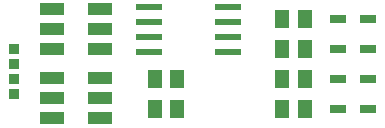
<source format=gtp>
G75*
%MOIN*%
%OFA0B0*%
%FSLAX24Y24*%
%IPPOS*%
%LPD*%
%AMOC8*
5,1,8,0,0,1.08239X$1,22.5*
%
%ADD10R,0.0512X0.0591*%
%ADD11R,0.0531X0.0315*%
%ADD12R,0.0870X0.0240*%
%ADD13R,0.0787X0.0433*%
%ADD14R,0.0350X0.0320*%
D10*
X005806Y001680D03*
X006554Y001680D03*
X006554Y002680D03*
X005806Y002680D03*
X010056Y002680D03*
X010804Y002680D03*
X010804Y003680D03*
X010056Y003680D03*
X010056Y004680D03*
X010804Y004680D03*
X010804Y001680D03*
X010056Y001680D03*
D11*
X011930Y001680D03*
X012930Y001680D03*
X012930Y002680D03*
X011930Y002680D03*
X011930Y003680D03*
X012930Y003680D03*
X012930Y004680D03*
X011930Y004680D03*
D12*
X008260Y004580D03*
X008260Y005080D03*
X005610Y005080D03*
X005610Y004580D03*
X005610Y004080D03*
X005610Y003580D03*
X008260Y003580D03*
X008260Y004080D03*
D13*
X002393Y001351D03*
X003967Y001351D03*
X003967Y002020D03*
X002393Y002020D03*
X002393Y002689D03*
X003967Y002689D03*
X003967Y003661D03*
X002393Y003661D03*
X002393Y004330D03*
X003967Y004330D03*
X003967Y004999D03*
X002393Y004999D03*
D14*
X001130Y003680D03*
X001130Y003180D03*
X001130Y002680D03*
X001130Y002180D03*
M02*

</source>
